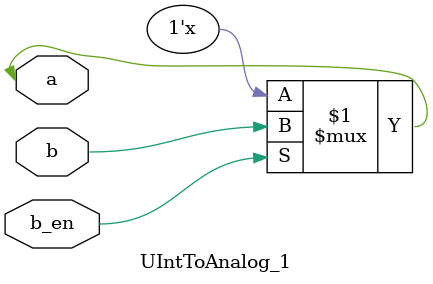
<source format=v>
module UIntToAnalog_1 (a, b, b_en);
  inout [0:0] a;
  input [0:0] b;
  input b_en;
  assign a = b_en ? b : 1'bz;
endmodule

</source>
